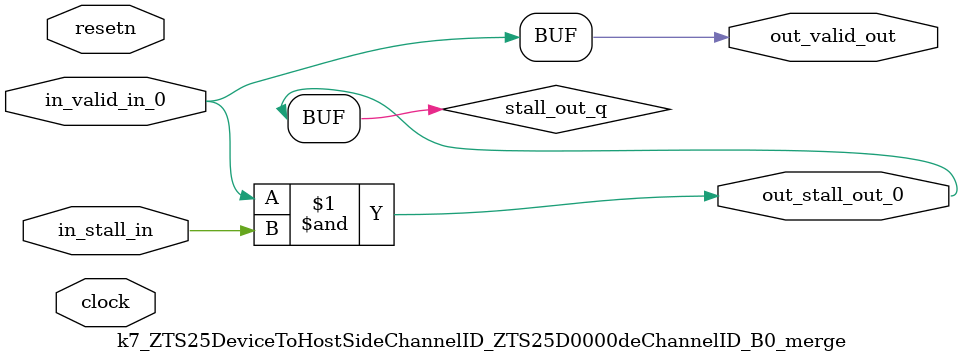
<source format=sv>



(* altera_attribute = "-name AUTO_SHIFT_REGISTER_RECOGNITION OFF; -name MESSAGE_DISABLE 10036; -name MESSAGE_DISABLE 10037; -name MESSAGE_DISABLE 14130; -name MESSAGE_DISABLE 14320; -name MESSAGE_DISABLE 15400; -name MESSAGE_DISABLE 14130; -name MESSAGE_DISABLE 10036; -name MESSAGE_DISABLE 12020; -name MESSAGE_DISABLE 12030; -name MESSAGE_DISABLE 12010; -name MESSAGE_DISABLE 12110; -name MESSAGE_DISABLE 14320; -name MESSAGE_DISABLE 13410; -name MESSAGE_DISABLE 113007; -name MESSAGE_DISABLE 10958" *)
module k7_ZTS25DeviceToHostSideChannelID_ZTS25D0000deChannelID_B0_merge (
    input wire [0:0] in_stall_in,
    input wire [0:0] in_valid_in_0,
    output wire [0:0] out_stall_out_0,
    output wire [0:0] out_valid_out,
    input wire clock,
    input wire resetn
    );

    wire [0:0] stall_out_q;


    // stall_out(LOGICAL,6)
    assign stall_out_q = in_valid_in_0 & in_stall_in;

    // out_stall_out_0(GPOUT,4)
    assign out_stall_out_0 = stall_out_q;

    // out_valid_out(GPOUT,5)
    assign out_valid_out = in_valid_in_0;

endmodule

</source>
